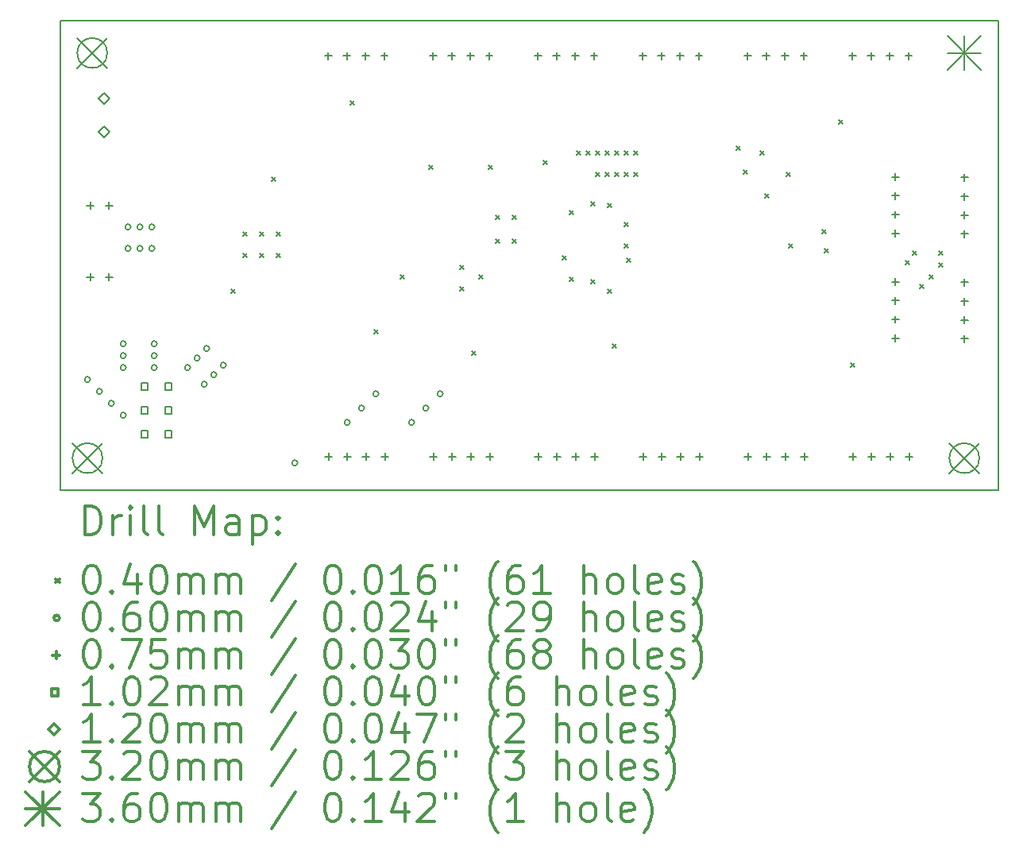
<source format=gbr>
%FSLAX45Y45*%
G04 Gerber Fmt 4.5, Leading zero omitted, Abs format (unit mm)*
G04 Created by KiCad (PCBNEW 4.0.6) date Sun Jul 30 22:21:45 2017*
%MOMM*%
%LPD*%
G01*
G04 APERTURE LIST*
%ADD10C,0.127000*%
%ADD11C,0.150000*%
%ADD12C,0.200000*%
%ADD13C,0.300000*%
G04 APERTURE END LIST*
D10*
D11*
X7000000Y-5000000D02*
X7000000Y-10000000D01*
X17000000Y-10000000D02*
X7000000Y-10000000D01*
X17000000Y-5000000D02*
X17000000Y-10000000D01*
X7000000Y-5000000D02*
X17000000Y-5000000D01*
D12*
X8819700Y-7862400D02*
X8859700Y-7902400D01*
X8859700Y-7862400D02*
X8819700Y-7902400D01*
X8946700Y-7252800D02*
X8986700Y-7292800D01*
X8986700Y-7252800D02*
X8946700Y-7292800D01*
X8946700Y-7481400D02*
X8986700Y-7521400D01*
X8986700Y-7481400D02*
X8946700Y-7521400D01*
X9124500Y-7252800D02*
X9164500Y-7292800D01*
X9164500Y-7252800D02*
X9124500Y-7292800D01*
X9124500Y-7481400D02*
X9164500Y-7521400D01*
X9164500Y-7481400D02*
X9124500Y-7521400D01*
X9251500Y-6668600D02*
X9291500Y-6708600D01*
X9291500Y-6668600D02*
X9251500Y-6708600D01*
X9302300Y-7252800D02*
X9342300Y-7292800D01*
X9342300Y-7252800D02*
X9302300Y-7292800D01*
X9302300Y-7481400D02*
X9342300Y-7521400D01*
X9342300Y-7481400D02*
X9302300Y-7521400D01*
X10089700Y-5855800D02*
X10129700Y-5895800D01*
X10129700Y-5855800D02*
X10089700Y-5895800D01*
X10343700Y-8294200D02*
X10383700Y-8334200D01*
X10383700Y-8294200D02*
X10343700Y-8334200D01*
X10623100Y-7710000D02*
X10663100Y-7750000D01*
X10663100Y-7710000D02*
X10623100Y-7750000D01*
X10927900Y-6541600D02*
X10967900Y-6581600D01*
X10967900Y-6541600D02*
X10927900Y-6581600D01*
X11258100Y-7608400D02*
X11298100Y-7648400D01*
X11298100Y-7608400D02*
X11258100Y-7648400D01*
X11258100Y-7837000D02*
X11298100Y-7877000D01*
X11298100Y-7837000D02*
X11258100Y-7877000D01*
X11385100Y-8522800D02*
X11425100Y-8562800D01*
X11425100Y-8522800D02*
X11385100Y-8562800D01*
X11461300Y-7710000D02*
X11501300Y-7750000D01*
X11501300Y-7710000D02*
X11461300Y-7750000D01*
X11562900Y-6541600D02*
X11602900Y-6581600D01*
X11602900Y-6541600D02*
X11562900Y-6581600D01*
X11639100Y-7075000D02*
X11679100Y-7115000D01*
X11679100Y-7075000D02*
X11639100Y-7115000D01*
X11639100Y-7329000D02*
X11679100Y-7369000D01*
X11679100Y-7329000D02*
X11639100Y-7369000D01*
X11816900Y-7075000D02*
X11856900Y-7115000D01*
X11856900Y-7075000D02*
X11816900Y-7115000D01*
X11816900Y-7329000D02*
X11856900Y-7369000D01*
X11856900Y-7329000D02*
X11816900Y-7369000D01*
X12147100Y-6490800D02*
X12187100Y-6530800D01*
X12187100Y-6490800D02*
X12147100Y-6530800D01*
X12350300Y-7506800D02*
X12390300Y-7546800D01*
X12390300Y-7506800D02*
X12350300Y-7546800D01*
X12426500Y-7024200D02*
X12466500Y-7064200D01*
X12466500Y-7024200D02*
X12426500Y-7064200D01*
X12426500Y-7735400D02*
X12466500Y-7775400D01*
X12466500Y-7735400D02*
X12426500Y-7775400D01*
X12502700Y-6389200D02*
X12542700Y-6429200D01*
X12542700Y-6389200D02*
X12502700Y-6429200D01*
X12604300Y-6389200D02*
X12644300Y-6429200D01*
X12644300Y-6389200D02*
X12604300Y-6429200D01*
X12655100Y-7760800D02*
X12695100Y-7800800D01*
X12695100Y-7760800D02*
X12655100Y-7800800D01*
X12656462Y-6928520D02*
X12696462Y-6968520D01*
X12696462Y-6928520D02*
X12656462Y-6968520D01*
X12705900Y-6389200D02*
X12745900Y-6429200D01*
X12745900Y-6389200D02*
X12705900Y-6429200D01*
X12705900Y-6617800D02*
X12745900Y-6657800D01*
X12745900Y-6617800D02*
X12705900Y-6657800D01*
X12807500Y-6389200D02*
X12847500Y-6429200D01*
X12847500Y-6389200D02*
X12807500Y-6429200D01*
X12807500Y-6617800D02*
X12847500Y-6657800D01*
X12847500Y-6617800D02*
X12807500Y-6657800D01*
X12832900Y-6948000D02*
X12872900Y-6988000D01*
X12872900Y-6948000D02*
X12832900Y-6988000D01*
X12832900Y-7862400D02*
X12872900Y-7902400D01*
X12872900Y-7862400D02*
X12832900Y-7902400D01*
X12883700Y-8446600D02*
X12923700Y-8486600D01*
X12923700Y-8446600D02*
X12883700Y-8486600D01*
X12909100Y-6389200D02*
X12949100Y-6429200D01*
X12949100Y-6389200D02*
X12909100Y-6429200D01*
X12909100Y-6617800D02*
X12949100Y-6657800D01*
X12949100Y-6617800D02*
X12909100Y-6657800D01*
X13010699Y-7151200D02*
X13050699Y-7191200D01*
X13050699Y-7151200D02*
X13010699Y-7191200D01*
X13010699Y-7379800D02*
X13050699Y-7419800D01*
X13050699Y-7379800D02*
X13010699Y-7419800D01*
X13010700Y-6389200D02*
X13050700Y-6429200D01*
X13050700Y-6389200D02*
X13010700Y-6429200D01*
X13010700Y-6617800D02*
X13050700Y-6657800D01*
X13050700Y-6617800D02*
X13010700Y-6657800D01*
X13036100Y-7532200D02*
X13076100Y-7572200D01*
X13076100Y-7532200D02*
X13036100Y-7572200D01*
X13112300Y-6389200D02*
X13152300Y-6429200D01*
X13152300Y-6389200D02*
X13112300Y-6429200D01*
X13112300Y-6617800D02*
X13152300Y-6657800D01*
X13152300Y-6617800D02*
X13112300Y-6657800D01*
X14204500Y-6338400D02*
X14244500Y-6378400D01*
X14244500Y-6338400D02*
X14204500Y-6378400D01*
X14280700Y-6592400D02*
X14320700Y-6632400D01*
X14320700Y-6592400D02*
X14280700Y-6632400D01*
X14458500Y-6389200D02*
X14498500Y-6429200D01*
X14498500Y-6389200D02*
X14458500Y-6429200D01*
X14509300Y-6846400D02*
X14549300Y-6886400D01*
X14549300Y-6846400D02*
X14509300Y-6886400D01*
X14737900Y-6617800D02*
X14777900Y-6657800D01*
X14777900Y-6617800D02*
X14737900Y-6657800D01*
X14763300Y-7379800D02*
X14803300Y-7419800D01*
X14803300Y-7379800D02*
X14763300Y-7419800D01*
X15118900Y-7227399D02*
X15158900Y-7267399D01*
X15158900Y-7227399D02*
X15118900Y-7267399D01*
X15144300Y-7430600D02*
X15184300Y-7470600D01*
X15184300Y-7430600D02*
X15144300Y-7470600D01*
X15296700Y-6059000D02*
X15336700Y-6099000D01*
X15336700Y-6059000D02*
X15296700Y-6099000D01*
X15423700Y-8649800D02*
X15463700Y-8689800D01*
X15463700Y-8649800D02*
X15423700Y-8689800D01*
X16007900Y-7557600D02*
X16047900Y-7597600D01*
X16047900Y-7557600D02*
X16007900Y-7597600D01*
X16084100Y-7456000D02*
X16124100Y-7496000D01*
X16124100Y-7456000D02*
X16084100Y-7496000D01*
X16160300Y-7811600D02*
X16200300Y-7851600D01*
X16200300Y-7811600D02*
X16160300Y-7851600D01*
X16261900Y-7710000D02*
X16301900Y-7750000D01*
X16301900Y-7710000D02*
X16261900Y-7750000D01*
X16363500Y-7456000D02*
X16403500Y-7496000D01*
X16403500Y-7456000D02*
X16363500Y-7496000D01*
X16363500Y-7583000D02*
X16403500Y-7623000D01*
X16403500Y-7583000D02*
X16363500Y-7623000D01*
X7320300Y-8822200D02*
G75*
G03X7320300Y-8822200I-30000J0D01*
G01*
X7447300Y-8949200D02*
G75*
G03X7447300Y-8949200I-30000J0D01*
G01*
X7574300Y-9076200D02*
G75*
G03X7574300Y-9076200I-30000J0D01*
G01*
X7701300Y-8441200D02*
G75*
G03X7701300Y-8441200I-30000J0D01*
G01*
X7701300Y-8568200D02*
G75*
G03X7701300Y-8568200I-30000J0D01*
G01*
X7701300Y-8695200D02*
G75*
G03X7701300Y-8695200I-30000J0D01*
G01*
X7701300Y-9203200D02*
G75*
G03X7701300Y-9203200I-30000J0D01*
G01*
X7752100Y-7196600D02*
G75*
G03X7752100Y-7196600I-30000J0D01*
G01*
X7752100Y-7425200D02*
G75*
G03X7752100Y-7425200I-30000J0D01*
G01*
X7879100Y-7196600D02*
G75*
G03X7879100Y-7196600I-30000J0D01*
G01*
X7879100Y-7425200D02*
G75*
G03X7879100Y-7425200I-30000J0D01*
G01*
X8006100Y-7196600D02*
G75*
G03X8006100Y-7196600I-30000J0D01*
G01*
X8006100Y-7425200D02*
G75*
G03X8006100Y-7425200I-30000J0D01*
G01*
X8031500Y-8441200D02*
G75*
G03X8031500Y-8441200I-30000J0D01*
G01*
X8031500Y-8568200D02*
G75*
G03X8031500Y-8568200I-30000J0D01*
G01*
X8031500Y-8695200D02*
G75*
G03X8031500Y-8695200I-30000J0D01*
G01*
X8387100Y-8695200D02*
G75*
G03X8387100Y-8695200I-30000J0D01*
G01*
X8488700Y-8593600D02*
G75*
G03X8488700Y-8593600I-30000J0D01*
G01*
X8564900Y-8873000D02*
G75*
G03X8564900Y-8873000I-30000J0D01*
G01*
X8590300Y-8492000D02*
G75*
G03X8590300Y-8492000I-30000J0D01*
G01*
X8666500Y-8771400D02*
G75*
G03X8666500Y-8771400I-30000J0D01*
G01*
X8768100Y-8669800D02*
G75*
G03X8768100Y-8669800I-30000J0D01*
G01*
X9530100Y-9711200D02*
G75*
G03X9530100Y-9711200I-30000J0D01*
G01*
X10088900Y-9279400D02*
G75*
G03X10088900Y-9279400I-30000J0D01*
G01*
X10241300Y-9127000D02*
G75*
G03X10241300Y-9127000I-30000J0D01*
G01*
X10393700Y-8974600D02*
G75*
G03X10393700Y-8974600I-30000J0D01*
G01*
X10774700Y-9279400D02*
G75*
G03X10774700Y-9279400I-30000J0D01*
G01*
X10927100Y-9127000D02*
G75*
G03X10927100Y-9127000I-30000J0D01*
G01*
X11079500Y-8974600D02*
G75*
G03X11079500Y-8974600I-30000J0D01*
G01*
X7318900Y-6930500D02*
X7318900Y-7005500D01*
X7281400Y-6968000D02*
X7356400Y-6968000D01*
X7318900Y-7692500D02*
X7318900Y-7767500D01*
X7281400Y-7730000D02*
X7356400Y-7730000D01*
X7518900Y-6930500D02*
X7518900Y-7005500D01*
X7481400Y-6968000D02*
X7556400Y-6968000D01*
X7518900Y-7692500D02*
X7518900Y-7767500D01*
X7481400Y-7730000D02*
X7556400Y-7730000D01*
X9855700Y-5335380D02*
X9855700Y-5410380D01*
X9818200Y-5372880D02*
X9893200Y-5372880D01*
X9859941Y-9607667D02*
X9859941Y-9682667D01*
X9822441Y-9645167D02*
X9897441Y-9645167D01*
X10055700Y-5335380D02*
X10055700Y-5410380D01*
X10018200Y-5372880D02*
X10093200Y-5372880D01*
X10059941Y-9607667D02*
X10059941Y-9682667D01*
X10022441Y-9645167D02*
X10097441Y-9645167D01*
X10255700Y-5335380D02*
X10255700Y-5410380D01*
X10218200Y-5372880D02*
X10293200Y-5372880D01*
X10259941Y-9607667D02*
X10259941Y-9682667D01*
X10222441Y-9645167D02*
X10297441Y-9645167D01*
X10455700Y-5335380D02*
X10455700Y-5410380D01*
X10418200Y-5372880D02*
X10493200Y-5372880D01*
X10459941Y-9607667D02*
X10459941Y-9682667D01*
X10422441Y-9645167D02*
X10497441Y-9645167D01*
X10973300Y-5335380D02*
X10973300Y-5410380D01*
X10935800Y-5372880D02*
X11010800Y-5372880D01*
X10977541Y-9607667D02*
X10977541Y-9682667D01*
X10940041Y-9645167D02*
X11015041Y-9645167D01*
X11173300Y-5335380D02*
X11173300Y-5410380D01*
X11135800Y-5372880D02*
X11210800Y-5372880D01*
X11177541Y-9607667D02*
X11177541Y-9682667D01*
X11140041Y-9645167D02*
X11215041Y-9645167D01*
X11373300Y-5335380D02*
X11373300Y-5410380D01*
X11335800Y-5372880D02*
X11410800Y-5372880D01*
X11377541Y-9607667D02*
X11377541Y-9682667D01*
X11340041Y-9645167D02*
X11415041Y-9645167D01*
X11573300Y-5335380D02*
X11573300Y-5410380D01*
X11535800Y-5372880D02*
X11610800Y-5372880D01*
X11577541Y-9607667D02*
X11577541Y-9682667D01*
X11540041Y-9645167D02*
X11615041Y-9645167D01*
X12090900Y-5335380D02*
X12090900Y-5410380D01*
X12053400Y-5372880D02*
X12128400Y-5372880D01*
X12095141Y-9607667D02*
X12095141Y-9682667D01*
X12057641Y-9645167D02*
X12132641Y-9645167D01*
X12290900Y-5335380D02*
X12290900Y-5410380D01*
X12253400Y-5372880D02*
X12328400Y-5372880D01*
X12295141Y-9607667D02*
X12295141Y-9682667D01*
X12257641Y-9645167D02*
X12332641Y-9645167D01*
X12490900Y-5335380D02*
X12490900Y-5410380D01*
X12453400Y-5372880D02*
X12528400Y-5372880D01*
X12495141Y-9607667D02*
X12495141Y-9682667D01*
X12457641Y-9645167D02*
X12532641Y-9645167D01*
X12690900Y-5335380D02*
X12690900Y-5410380D01*
X12653400Y-5372880D02*
X12728400Y-5372880D01*
X12695141Y-9607667D02*
X12695141Y-9682667D01*
X12657641Y-9645167D02*
X12732641Y-9645167D01*
X13208500Y-5335380D02*
X13208500Y-5410380D01*
X13171000Y-5372880D02*
X13246000Y-5372880D01*
X13212741Y-9607667D02*
X13212741Y-9682667D01*
X13175241Y-9645167D02*
X13250241Y-9645167D01*
X13408500Y-5335380D02*
X13408500Y-5410380D01*
X13371000Y-5372880D02*
X13446000Y-5372880D01*
X13412741Y-9607667D02*
X13412741Y-9682667D01*
X13375241Y-9645167D02*
X13450241Y-9645167D01*
X13608500Y-5335380D02*
X13608500Y-5410380D01*
X13571000Y-5372880D02*
X13646000Y-5372880D01*
X13612741Y-9607667D02*
X13612741Y-9682667D01*
X13575241Y-9645167D02*
X13650241Y-9645167D01*
X13808500Y-5335380D02*
X13808500Y-5410380D01*
X13771000Y-5372880D02*
X13846000Y-5372880D01*
X13812741Y-9607667D02*
X13812741Y-9682667D01*
X13775241Y-9645167D02*
X13850241Y-9645167D01*
X14326100Y-5335380D02*
X14326100Y-5410380D01*
X14288600Y-5372880D02*
X14363600Y-5372880D01*
X14330341Y-9607667D02*
X14330341Y-9682667D01*
X14292841Y-9645167D02*
X14367841Y-9645167D01*
X14526100Y-5335380D02*
X14526100Y-5410380D01*
X14488600Y-5372880D02*
X14563600Y-5372880D01*
X14530341Y-9607667D02*
X14530341Y-9682667D01*
X14492841Y-9645167D02*
X14567841Y-9645167D01*
X14726100Y-5335380D02*
X14726100Y-5410380D01*
X14688600Y-5372880D02*
X14763600Y-5372880D01*
X14730341Y-9607667D02*
X14730341Y-9682667D01*
X14692841Y-9645167D02*
X14767841Y-9645167D01*
X14926100Y-5335380D02*
X14926100Y-5410380D01*
X14888600Y-5372880D02*
X14963600Y-5372880D01*
X14930341Y-9607667D02*
X14930341Y-9682667D01*
X14892841Y-9645167D02*
X14967841Y-9645167D01*
X15443700Y-5335380D02*
X15443700Y-5410380D01*
X15406200Y-5372880D02*
X15481200Y-5372880D01*
X15447941Y-9607667D02*
X15447941Y-9682667D01*
X15410441Y-9645167D02*
X15485441Y-9645167D01*
X15643700Y-5335380D02*
X15643700Y-5410380D01*
X15606200Y-5372880D02*
X15681200Y-5372880D01*
X15647941Y-9607667D02*
X15647941Y-9682667D01*
X15610441Y-9645167D02*
X15685441Y-9645167D01*
X15843700Y-5335380D02*
X15843700Y-5410380D01*
X15806200Y-5372880D02*
X15881200Y-5372880D01*
X15847941Y-9607667D02*
X15847941Y-9682667D01*
X15810441Y-9645167D02*
X15885441Y-9645167D01*
X15900900Y-6625700D02*
X15900900Y-6700700D01*
X15863400Y-6663200D02*
X15938400Y-6663200D01*
X15900900Y-6825700D02*
X15900900Y-6900700D01*
X15863400Y-6863200D02*
X15938400Y-6863200D01*
X15900900Y-7025700D02*
X15900900Y-7100700D01*
X15863400Y-7063200D02*
X15938400Y-7063200D01*
X15900900Y-7225700D02*
X15900900Y-7300700D01*
X15863400Y-7263200D02*
X15938400Y-7263200D01*
X15900900Y-7743300D02*
X15900900Y-7818300D01*
X15863400Y-7780800D02*
X15938400Y-7780800D01*
X15900900Y-7943300D02*
X15900900Y-8018300D01*
X15863400Y-7980800D02*
X15938400Y-7980800D01*
X15900900Y-8143300D02*
X15900900Y-8218300D01*
X15863400Y-8180800D02*
X15938400Y-8180800D01*
X15900900Y-8343300D02*
X15900900Y-8418300D01*
X15863400Y-8380800D02*
X15938400Y-8380800D01*
X16043700Y-5335380D02*
X16043700Y-5410380D01*
X16006200Y-5372880D02*
X16081200Y-5372880D01*
X16047941Y-9607667D02*
X16047941Y-9682667D01*
X16010441Y-9645167D02*
X16085441Y-9645167D01*
X16637500Y-6632100D02*
X16637500Y-6707100D01*
X16600000Y-6669600D02*
X16675000Y-6669600D01*
X16637500Y-6832100D02*
X16637500Y-6907100D01*
X16600000Y-6869600D02*
X16675000Y-6869600D01*
X16637500Y-7032100D02*
X16637500Y-7107100D01*
X16600000Y-7069600D02*
X16675000Y-7069600D01*
X16637500Y-7232100D02*
X16637500Y-7307100D01*
X16600000Y-7269600D02*
X16675000Y-7269600D01*
X16637500Y-7749700D02*
X16637500Y-7824700D01*
X16600000Y-7787200D02*
X16675000Y-7787200D01*
X16637500Y-7949700D02*
X16637500Y-8024700D01*
X16600000Y-7987200D02*
X16675000Y-7987200D01*
X16637500Y-8149700D02*
X16637500Y-8224700D01*
X16600000Y-8187200D02*
X16675000Y-8187200D01*
X16637500Y-8349700D02*
X16637500Y-8424700D01*
X16600000Y-8387200D02*
X16675000Y-8387200D01*
X7935821Y-8934321D02*
X7935821Y-8862479D01*
X7863979Y-8862479D01*
X7863979Y-8934321D01*
X7935821Y-8934321D01*
X7935821Y-9188321D02*
X7935821Y-9116479D01*
X7863979Y-9116479D01*
X7863979Y-9188321D01*
X7935821Y-9188321D01*
X7935821Y-9442321D02*
X7935821Y-9370479D01*
X7863979Y-9370479D01*
X7863979Y-9442321D01*
X7935821Y-9442321D01*
X8189821Y-8934321D02*
X8189821Y-8862479D01*
X8117979Y-8862479D01*
X8117979Y-8934321D01*
X8189821Y-8934321D01*
X8189821Y-9188321D02*
X8189821Y-9116479D01*
X8117979Y-9116479D01*
X8117979Y-9188321D01*
X8189821Y-9188321D01*
X8189821Y-9442321D02*
X8189821Y-9370479D01*
X8117979Y-9370479D01*
X8117979Y-9442321D01*
X8189821Y-9442321D01*
X7468100Y-5890600D02*
X7528100Y-5830600D01*
X7468100Y-5770600D01*
X7408100Y-5830600D01*
X7468100Y-5890600D01*
X7468100Y-6240600D02*
X7528100Y-6180600D01*
X7468100Y-6120600D01*
X7408100Y-6180600D01*
X7468100Y-6240600D01*
X7130300Y-9500400D02*
X7450300Y-9820400D01*
X7450300Y-9500400D02*
X7130300Y-9820400D01*
X7450300Y-9660400D02*
G75*
G03X7450300Y-9660400I-160000J0D01*
G01*
X7181100Y-5182400D02*
X7501100Y-5502400D01*
X7501100Y-5182400D02*
X7181100Y-5502400D01*
X7501100Y-5342400D02*
G75*
G03X7501100Y-5342400I-160000J0D01*
G01*
X16477500Y-9500400D02*
X16797500Y-9820400D01*
X16797500Y-9500400D02*
X16477500Y-9820400D01*
X16797500Y-9660400D02*
G75*
G03X16797500Y-9660400I-160000J0D01*
G01*
X16457500Y-5162400D02*
X16817500Y-5522400D01*
X16817500Y-5162400D02*
X16457500Y-5522400D01*
X16637500Y-5162400D02*
X16637500Y-5522400D01*
X16457500Y-5342400D02*
X16817500Y-5342400D01*
D13*
X7263928Y-10473214D02*
X7263928Y-10173214D01*
X7335357Y-10173214D01*
X7378214Y-10187500D01*
X7406786Y-10216072D01*
X7421071Y-10244643D01*
X7435357Y-10301786D01*
X7435357Y-10344643D01*
X7421071Y-10401786D01*
X7406786Y-10430357D01*
X7378214Y-10458929D01*
X7335357Y-10473214D01*
X7263928Y-10473214D01*
X7563928Y-10473214D02*
X7563928Y-10273214D01*
X7563928Y-10330357D02*
X7578214Y-10301786D01*
X7592500Y-10287500D01*
X7621071Y-10273214D01*
X7649643Y-10273214D01*
X7749643Y-10473214D02*
X7749643Y-10273214D01*
X7749643Y-10173214D02*
X7735357Y-10187500D01*
X7749643Y-10201786D01*
X7763928Y-10187500D01*
X7749643Y-10173214D01*
X7749643Y-10201786D01*
X7935357Y-10473214D02*
X7906786Y-10458929D01*
X7892500Y-10430357D01*
X7892500Y-10173214D01*
X8092500Y-10473214D02*
X8063928Y-10458929D01*
X8049643Y-10430357D01*
X8049643Y-10173214D01*
X8435357Y-10473214D02*
X8435357Y-10173214D01*
X8535357Y-10387500D01*
X8635357Y-10173214D01*
X8635357Y-10473214D01*
X8906786Y-10473214D02*
X8906786Y-10316072D01*
X8892500Y-10287500D01*
X8863929Y-10273214D01*
X8806786Y-10273214D01*
X8778214Y-10287500D01*
X8906786Y-10458929D02*
X8878214Y-10473214D01*
X8806786Y-10473214D01*
X8778214Y-10458929D01*
X8763929Y-10430357D01*
X8763929Y-10401786D01*
X8778214Y-10373214D01*
X8806786Y-10358929D01*
X8878214Y-10358929D01*
X8906786Y-10344643D01*
X9049643Y-10273214D02*
X9049643Y-10573214D01*
X9049643Y-10287500D02*
X9078214Y-10273214D01*
X9135357Y-10273214D01*
X9163929Y-10287500D01*
X9178214Y-10301786D01*
X9192500Y-10330357D01*
X9192500Y-10416072D01*
X9178214Y-10444643D01*
X9163929Y-10458929D01*
X9135357Y-10473214D01*
X9078214Y-10473214D01*
X9049643Y-10458929D01*
X9321071Y-10444643D02*
X9335357Y-10458929D01*
X9321071Y-10473214D01*
X9306786Y-10458929D01*
X9321071Y-10444643D01*
X9321071Y-10473214D01*
X9321071Y-10287500D02*
X9335357Y-10301786D01*
X9321071Y-10316072D01*
X9306786Y-10301786D01*
X9321071Y-10287500D01*
X9321071Y-10316072D01*
X6952500Y-10947500D02*
X6992500Y-10987500D01*
X6992500Y-10947500D02*
X6952500Y-10987500D01*
X7321071Y-10803214D02*
X7349643Y-10803214D01*
X7378214Y-10817500D01*
X7392500Y-10831786D01*
X7406786Y-10860357D01*
X7421071Y-10917500D01*
X7421071Y-10988929D01*
X7406786Y-11046072D01*
X7392500Y-11074643D01*
X7378214Y-11088929D01*
X7349643Y-11103214D01*
X7321071Y-11103214D01*
X7292500Y-11088929D01*
X7278214Y-11074643D01*
X7263928Y-11046072D01*
X7249643Y-10988929D01*
X7249643Y-10917500D01*
X7263928Y-10860357D01*
X7278214Y-10831786D01*
X7292500Y-10817500D01*
X7321071Y-10803214D01*
X7549643Y-11074643D02*
X7563928Y-11088929D01*
X7549643Y-11103214D01*
X7535357Y-11088929D01*
X7549643Y-11074643D01*
X7549643Y-11103214D01*
X7821071Y-10903214D02*
X7821071Y-11103214D01*
X7749643Y-10788929D02*
X7678214Y-11003214D01*
X7863928Y-11003214D01*
X8035357Y-10803214D02*
X8063928Y-10803214D01*
X8092500Y-10817500D01*
X8106786Y-10831786D01*
X8121071Y-10860357D01*
X8135357Y-10917500D01*
X8135357Y-10988929D01*
X8121071Y-11046072D01*
X8106786Y-11074643D01*
X8092500Y-11088929D01*
X8063928Y-11103214D01*
X8035357Y-11103214D01*
X8006786Y-11088929D01*
X7992500Y-11074643D01*
X7978214Y-11046072D01*
X7963928Y-10988929D01*
X7963928Y-10917500D01*
X7978214Y-10860357D01*
X7992500Y-10831786D01*
X8006786Y-10817500D01*
X8035357Y-10803214D01*
X8263928Y-11103214D02*
X8263928Y-10903214D01*
X8263928Y-10931786D02*
X8278214Y-10917500D01*
X8306786Y-10903214D01*
X8349643Y-10903214D01*
X8378214Y-10917500D01*
X8392500Y-10946072D01*
X8392500Y-11103214D01*
X8392500Y-10946072D02*
X8406786Y-10917500D01*
X8435357Y-10903214D01*
X8478214Y-10903214D01*
X8506786Y-10917500D01*
X8521071Y-10946072D01*
X8521071Y-11103214D01*
X8663929Y-11103214D02*
X8663929Y-10903214D01*
X8663929Y-10931786D02*
X8678214Y-10917500D01*
X8706786Y-10903214D01*
X8749643Y-10903214D01*
X8778214Y-10917500D01*
X8792500Y-10946072D01*
X8792500Y-11103214D01*
X8792500Y-10946072D02*
X8806786Y-10917500D01*
X8835357Y-10903214D01*
X8878214Y-10903214D01*
X8906786Y-10917500D01*
X8921071Y-10946072D01*
X8921071Y-11103214D01*
X9506786Y-10788929D02*
X9249643Y-11174643D01*
X9892500Y-10803214D02*
X9921071Y-10803214D01*
X9949643Y-10817500D01*
X9963928Y-10831786D01*
X9978214Y-10860357D01*
X9992500Y-10917500D01*
X9992500Y-10988929D01*
X9978214Y-11046072D01*
X9963928Y-11074643D01*
X9949643Y-11088929D01*
X9921071Y-11103214D01*
X9892500Y-11103214D01*
X9863928Y-11088929D01*
X9849643Y-11074643D01*
X9835357Y-11046072D01*
X9821071Y-10988929D01*
X9821071Y-10917500D01*
X9835357Y-10860357D01*
X9849643Y-10831786D01*
X9863928Y-10817500D01*
X9892500Y-10803214D01*
X10121071Y-11074643D02*
X10135357Y-11088929D01*
X10121071Y-11103214D01*
X10106786Y-11088929D01*
X10121071Y-11074643D01*
X10121071Y-11103214D01*
X10321071Y-10803214D02*
X10349643Y-10803214D01*
X10378214Y-10817500D01*
X10392500Y-10831786D01*
X10406786Y-10860357D01*
X10421071Y-10917500D01*
X10421071Y-10988929D01*
X10406786Y-11046072D01*
X10392500Y-11074643D01*
X10378214Y-11088929D01*
X10349643Y-11103214D01*
X10321071Y-11103214D01*
X10292500Y-11088929D01*
X10278214Y-11074643D01*
X10263928Y-11046072D01*
X10249643Y-10988929D01*
X10249643Y-10917500D01*
X10263928Y-10860357D01*
X10278214Y-10831786D01*
X10292500Y-10817500D01*
X10321071Y-10803214D01*
X10706786Y-11103214D02*
X10535357Y-11103214D01*
X10621071Y-11103214D02*
X10621071Y-10803214D01*
X10592500Y-10846072D01*
X10563928Y-10874643D01*
X10535357Y-10888929D01*
X10963928Y-10803214D02*
X10906786Y-10803214D01*
X10878214Y-10817500D01*
X10863928Y-10831786D01*
X10835357Y-10874643D01*
X10821071Y-10931786D01*
X10821071Y-11046072D01*
X10835357Y-11074643D01*
X10849643Y-11088929D01*
X10878214Y-11103214D01*
X10935357Y-11103214D01*
X10963928Y-11088929D01*
X10978214Y-11074643D01*
X10992500Y-11046072D01*
X10992500Y-10974643D01*
X10978214Y-10946072D01*
X10963928Y-10931786D01*
X10935357Y-10917500D01*
X10878214Y-10917500D01*
X10849643Y-10931786D01*
X10835357Y-10946072D01*
X10821071Y-10974643D01*
X11106786Y-10803214D02*
X11106786Y-10860357D01*
X11221071Y-10803214D02*
X11221071Y-10860357D01*
X11663928Y-11217500D02*
X11649643Y-11203214D01*
X11621071Y-11160357D01*
X11606785Y-11131786D01*
X11592500Y-11088929D01*
X11578214Y-11017500D01*
X11578214Y-10960357D01*
X11592500Y-10888929D01*
X11606785Y-10846072D01*
X11621071Y-10817500D01*
X11649643Y-10774643D01*
X11663928Y-10760357D01*
X11906785Y-10803214D02*
X11849643Y-10803214D01*
X11821071Y-10817500D01*
X11806785Y-10831786D01*
X11778214Y-10874643D01*
X11763928Y-10931786D01*
X11763928Y-11046072D01*
X11778214Y-11074643D01*
X11792500Y-11088929D01*
X11821071Y-11103214D01*
X11878214Y-11103214D01*
X11906785Y-11088929D01*
X11921071Y-11074643D01*
X11935357Y-11046072D01*
X11935357Y-10974643D01*
X11921071Y-10946072D01*
X11906785Y-10931786D01*
X11878214Y-10917500D01*
X11821071Y-10917500D01*
X11792500Y-10931786D01*
X11778214Y-10946072D01*
X11763928Y-10974643D01*
X12221071Y-11103214D02*
X12049643Y-11103214D01*
X12135357Y-11103214D02*
X12135357Y-10803214D01*
X12106785Y-10846072D01*
X12078214Y-10874643D01*
X12049643Y-10888929D01*
X12578214Y-11103214D02*
X12578214Y-10803214D01*
X12706785Y-11103214D02*
X12706785Y-10946072D01*
X12692500Y-10917500D01*
X12663928Y-10903214D01*
X12621071Y-10903214D01*
X12592500Y-10917500D01*
X12578214Y-10931786D01*
X12892500Y-11103214D02*
X12863928Y-11088929D01*
X12849643Y-11074643D01*
X12835357Y-11046072D01*
X12835357Y-10960357D01*
X12849643Y-10931786D01*
X12863928Y-10917500D01*
X12892500Y-10903214D01*
X12935357Y-10903214D01*
X12963928Y-10917500D01*
X12978214Y-10931786D01*
X12992500Y-10960357D01*
X12992500Y-11046072D01*
X12978214Y-11074643D01*
X12963928Y-11088929D01*
X12935357Y-11103214D01*
X12892500Y-11103214D01*
X13163928Y-11103214D02*
X13135357Y-11088929D01*
X13121071Y-11060357D01*
X13121071Y-10803214D01*
X13392500Y-11088929D02*
X13363928Y-11103214D01*
X13306786Y-11103214D01*
X13278214Y-11088929D01*
X13263928Y-11060357D01*
X13263928Y-10946072D01*
X13278214Y-10917500D01*
X13306786Y-10903214D01*
X13363928Y-10903214D01*
X13392500Y-10917500D01*
X13406786Y-10946072D01*
X13406786Y-10974643D01*
X13263928Y-11003214D01*
X13521071Y-11088929D02*
X13549643Y-11103214D01*
X13606786Y-11103214D01*
X13635357Y-11088929D01*
X13649643Y-11060357D01*
X13649643Y-11046072D01*
X13635357Y-11017500D01*
X13606786Y-11003214D01*
X13563928Y-11003214D01*
X13535357Y-10988929D01*
X13521071Y-10960357D01*
X13521071Y-10946072D01*
X13535357Y-10917500D01*
X13563928Y-10903214D01*
X13606786Y-10903214D01*
X13635357Y-10917500D01*
X13749643Y-11217500D02*
X13763928Y-11203214D01*
X13792500Y-11160357D01*
X13806786Y-11131786D01*
X13821071Y-11088929D01*
X13835357Y-11017500D01*
X13835357Y-10960357D01*
X13821071Y-10888929D01*
X13806786Y-10846072D01*
X13792500Y-10817500D01*
X13763928Y-10774643D01*
X13749643Y-10760357D01*
X6992500Y-11363500D02*
G75*
G03X6992500Y-11363500I-30000J0D01*
G01*
X7321071Y-11199214D02*
X7349643Y-11199214D01*
X7378214Y-11213500D01*
X7392500Y-11227786D01*
X7406786Y-11256357D01*
X7421071Y-11313500D01*
X7421071Y-11384929D01*
X7406786Y-11442071D01*
X7392500Y-11470643D01*
X7378214Y-11484929D01*
X7349643Y-11499214D01*
X7321071Y-11499214D01*
X7292500Y-11484929D01*
X7278214Y-11470643D01*
X7263928Y-11442071D01*
X7249643Y-11384929D01*
X7249643Y-11313500D01*
X7263928Y-11256357D01*
X7278214Y-11227786D01*
X7292500Y-11213500D01*
X7321071Y-11199214D01*
X7549643Y-11470643D02*
X7563928Y-11484929D01*
X7549643Y-11499214D01*
X7535357Y-11484929D01*
X7549643Y-11470643D01*
X7549643Y-11499214D01*
X7821071Y-11199214D02*
X7763928Y-11199214D01*
X7735357Y-11213500D01*
X7721071Y-11227786D01*
X7692500Y-11270643D01*
X7678214Y-11327786D01*
X7678214Y-11442071D01*
X7692500Y-11470643D01*
X7706786Y-11484929D01*
X7735357Y-11499214D01*
X7792500Y-11499214D01*
X7821071Y-11484929D01*
X7835357Y-11470643D01*
X7849643Y-11442071D01*
X7849643Y-11370643D01*
X7835357Y-11342071D01*
X7821071Y-11327786D01*
X7792500Y-11313500D01*
X7735357Y-11313500D01*
X7706786Y-11327786D01*
X7692500Y-11342071D01*
X7678214Y-11370643D01*
X8035357Y-11199214D02*
X8063928Y-11199214D01*
X8092500Y-11213500D01*
X8106786Y-11227786D01*
X8121071Y-11256357D01*
X8135357Y-11313500D01*
X8135357Y-11384929D01*
X8121071Y-11442071D01*
X8106786Y-11470643D01*
X8092500Y-11484929D01*
X8063928Y-11499214D01*
X8035357Y-11499214D01*
X8006786Y-11484929D01*
X7992500Y-11470643D01*
X7978214Y-11442071D01*
X7963928Y-11384929D01*
X7963928Y-11313500D01*
X7978214Y-11256357D01*
X7992500Y-11227786D01*
X8006786Y-11213500D01*
X8035357Y-11199214D01*
X8263928Y-11499214D02*
X8263928Y-11299214D01*
X8263928Y-11327786D02*
X8278214Y-11313500D01*
X8306786Y-11299214D01*
X8349643Y-11299214D01*
X8378214Y-11313500D01*
X8392500Y-11342071D01*
X8392500Y-11499214D01*
X8392500Y-11342071D02*
X8406786Y-11313500D01*
X8435357Y-11299214D01*
X8478214Y-11299214D01*
X8506786Y-11313500D01*
X8521071Y-11342071D01*
X8521071Y-11499214D01*
X8663929Y-11499214D02*
X8663929Y-11299214D01*
X8663929Y-11327786D02*
X8678214Y-11313500D01*
X8706786Y-11299214D01*
X8749643Y-11299214D01*
X8778214Y-11313500D01*
X8792500Y-11342071D01*
X8792500Y-11499214D01*
X8792500Y-11342071D02*
X8806786Y-11313500D01*
X8835357Y-11299214D01*
X8878214Y-11299214D01*
X8906786Y-11313500D01*
X8921071Y-11342071D01*
X8921071Y-11499214D01*
X9506786Y-11184929D02*
X9249643Y-11570643D01*
X9892500Y-11199214D02*
X9921071Y-11199214D01*
X9949643Y-11213500D01*
X9963928Y-11227786D01*
X9978214Y-11256357D01*
X9992500Y-11313500D01*
X9992500Y-11384929D01*
X9978214Y-11442071D01*
X9963928Y-11470643D01*
X9949643Y-11484929D01*
X9921071Y-11499214D01*
X9892500Y-11499214D01*
X9863928Y-11484929D01*
X9849643Y-11470643D01*
X9835357Y-11442071D01*
X9821071Y-11384929D01*
X9821071Y-11313500D01*
X9835357Y-11256357D01*
X9849643Y-11227786D01*
X9863928Y-11213500D01*
X9892500Y-11199214D01*
X10121071Y-11470643D02*
X10135357Y-11484929D01*
X10121071Y-11499214D01*
X10106786Y-11484929D01*
X10121071Y-11470643D01*
X10121071Y-11499214D01*
X10321071Y-11199214D02*
X10349643Y-11199214D01*
X10378214Y-11213500D01*
X10392500Y-11227786D01*
X10406786Y-11256357D01*
X10421071Y-11313500D01*
X10421071Y-11384929D01*
X10406786Y-11442071D01*
X10392500Y-11470643D01*
X10378214Y-11484929D01*
X10349643Y-11499214D01*
X10321071Y-11499214D01*
X10292500Y-11484929D01*
X10278214Y-11470643D01*
X10263928Y-11442071D01*
X10249643Y-11384929D01*
X10249643Y-11313500D01*
X10263928Y-11256357D01*
X10278214Y-11227786D01*
X10292500Y-11213500D01*
X10321071Y-11199214D01*
X10535357Y-11227786D02*
X10549643Y-11213500D01*
X10578214Y-11199214D01*
X10649643Y-11199214D01*
X10678214Y-11213500D01*
X10692500Y-11227786D01*
X10706786Y-11256357D01*
X10706786Y-11284929D01*
X10692500Y-11327786D01*
X10521071Y-11499214D01*
X10706786Y-11499214D01*
X10963928Y-11299214D02*
X10963928Y-11499214D01*
X10892500Y-11184929D02*
X10821071Y-11399214D01*
X11006786Y-11399214D01*
X11106786Y-11199214D02*
X11106786Y-11256357D01*
X11221071Y-11199214D02*
X11221071Y-11256357D01*
X11663928Y-11613500D02*
X11649643Y-11599214D01*
X11621071Y-11556357D01*
X11606785Y-11527786D01*
X11592500Y-11484929D01*
X11578214Y-11413500D01*
X11578214Y-11356357D01*
X11592500Y-11284929D01*
X11606785Y-11242071D01*
X11621071Y-11213500D01*
X11649643Y-11170643D01*
X11663928Y-11156357D01*
X11763928Y-11227786D02*
X11778214Y-11213500D01*
X11806785Y-11199214D01*
X11878214Y-11199214D01*
X11906785Y-11213500D01*
X11921071Y-11227786D01*
X11935357Y-11256357D01*
X11935357Y-11284929D01*
X11921071Y-11327786D01*
X11749643Y-11499214D01*
X11935357Y-11499214D01*
X12078214Y-11499214D02*
X12135357Y-11499214D01*
X12163928Y-11484929D01*
X12178214Y-11470643D01*
X12206785Y-11427786D01*
X12221071Y-11370643D01*
X12221071Y-11256357D01*
X12206785Y-11227786D01*
X12192500Y-11213500D01*
X12163928Y-11199214D01*
X12106785Y-11199214D01*
X12078214Y-11213500D01*
X12063928Y-11227786D01*
X12049643Y-11256357D01*
X12049643Y-11327786D01*
X12063928Y-11356357D01*
X12078214Y-11370643D01*
X12106785Y-11384929D01*
X12163928Y-11384929D01*
X12192500Y-11370643D01*
X12206785Y-11356357D01*
X12221071Y-11327786D01*
X12578214Y-11499214D02*
X12578214Y-11199214D01*
X12706785Y-11499214D02*
X12706785Y-11342071D01*
X12692500Y-11313500D01*
X12663928Y-11299214D01*
X12621071Y-11299214D01*
X12592500Y-11313500D01*
X12578214Y-11327786D01*
X12892500Y-11499214D02*
X12863928Y-11484929D01*
X12849643Y-11470643D01*
X12835357Y-11442071D01*
X12835357Y-11356357D01*
X12849643Y-11327786D01*
X12863928Y-11313500D01*
X12892500Y-11299214D01*
X12935357Y-11299214D01*
X12963928Y-11313500D01*
X12978214Y-11327786D01*
X12992500Y-11356357D01*
X12992500Y-11442071D01*
X12978214Y-11470643D01*
X12963928Y-11484929D01*
X12935357Y-11499214D01*
X12892500Y-11499214D01*
X13163928Y-11499214D02*
X13135357Y-11484929D01*
X13121071Y-11456357D01*
X13121071Y-11199214D01*
X13392500Y-11484929D02*
X13363928Y-11499214D01*
X13306786Y-11499214D01*
X13278214Y-11484929D01*
X13263928Y-11456357D01*
X13263928Y-11342071D01*
X13278214Y-11313500D01*
X13306786Y-11299214D01*
X13363928Y-11299214D01*
X13392500Y-11313500D01*
X13406786Y-11342071D01*
X13406786Y-11370643D01*
X13263928Y-11399214D01*
X13521071Y-11484929D02*
X13549643Y-11499214D01*
X13606786Y-11499214D01*
X13635357Y-11484929D01*
X13649643Y-11456357D01*
X13649643Y-11442071D01*
X13635357Y-11413500D01*
X13606786Y-11399214D01*
X13563928Y-11399214D01*
X13535357Y-11384929D01*
X13521071Y-11356357D01*
X13521071Y-11342071D01*
X13535357Y-11313500D01*
X13563928Y-11299214D01*
X13606786Y-11299214D01*
X13635357Y-11313500D01*
X13749643Y-11613500D02*
X13763928Y-11599214D01*
X13792500Y-11556357D01*
X13806786Y-11527786D01*
X13821071Y-11484929D01*
X13835357Y-11413500D01*
X13835357Y-11356357D01*
X13821071Y-11284929D01*
X13806786Y-11242071D01*
X13792500Y-11213500D01*
X13763928Y-11170643D01*
X13749643Y-11156357D01*
X6955000Y-11722000D02*
X6955000Y-11797000D01*
X6917500Y-11759500D02*
X6992500Y-11759500D01*
X7321071Y-11595214D02*
X7349643Y-11595214D01*
X7378214Y-11609500D01*
X7392500Y-11623786D01*
X7406786Y-11652357D01*
X7421071Y-11709500D01*
X7421071Y-11780929D01*
X7406786Y-11838071D01*
X7392500Y-11866643D01*
X7378214Y-11880929D01*
X7349643Y-11895214D01*
X7321071Y-11895214D01*
X7292500Y-11880929D01*
X7278214Y-11866643D01*
X7263928Y-11838071D01*
X7249643Y-11780929D01*
X7249643Y-11709500D01*
X7263928Y-11652357D01*
X7278214Y-11623786D01*
X7292500Y-11609500D01*
X7321071Y-11595214D01*
X7549643Y-11866643D02*
X7563928Y-11880929D01*
X7549643Y-11895214D01*
X7535357Y-11880929D01*
X7549643Y-11866643D01*
X7549643Y-11895214D01*
X7663928Y-11595214D02*
X7863928Y-11595214D01*
X7735357Y-11895214D01*
X8121071Y-11595214D02*
X7978214Y-11595214D01*
X7963928Y-11738071D01*
X7978214Y-11723786D01*
X8006786Y-11709500D01*
X8078214Y-11709500D01*
X8106786Y-11723786D01*
X8121071Y-11738071D01*
X8135357Y-11766643D01*
X8135357Y-11838071D01*
X8121071Y-11866643D01*
X8106786Y-11880929D01*
X8078214Y-11895214D01*
X8006786Y-11895214D01*
X7978214Y-11880929D01*
X7963928Y-11866643D01*
X8263928Y-11895214D02*
X8263928Y-11695214D01*
X8263928Y-11723786D02*
X8278214Y-11709500D01*
X8306786Y-11695214D01*
X8349643Y-11695214D01*
X8378214Y-11709500D01*
X8392500Y-11738071D01*
X8392500Y-11895214D01*
X8392500Y-11738071D02*
X8406786Y-11709500D01*
X8435357Y-11695214D01*
X8478214Y-11695214D01*
X8506786Y-11709500D01*
X8521071Y-11738071D01*
X8521071Y-11895214D01*
X8663929Y-11895214D02*
X8663929Y-11695214D01*
X8663929Y-11723786D02*
X8678214Y-11709500D01*
X8706786Y-11695214D01*
X8749643Y-11695214D01*
X8778214Y-11709500D01*
X8792500Y-11738071D01*
X8792500Y-11895214D01*
X8792500Y-11738071D02*
X8806786Y-11709500D01*
X8835357Y-11695214D01*
X8878214Y-11695214D01*
X8906786Y-11709500D01*
X8921071Y-11738071D01*
X8921071Y-11895214D01*
X9506786Y-11580929D02*
X9249643Y-11966643D01*
X9892500Y-11595214D02*
X9921071Y-11595214D01*
X9949643Y-11609500D01*
X9963928Y-11623786D01*
X9978214Y-11652357D01*
X9992500Y-11709500D01*
X9992500Y-11780929D01*
X9978214Y-11838071D01*
X9963928Y-11866643D01*
X9949643Y-11880929D01*
X9921071Y-11895214D01*
X9892500Y-11895214D01*
X9863928Y-11880929D01*
X9849643Y-11866643D01*
X9835357Y-11838071D01*
X9821071Y-11780929D01*
X9821071Y-11709500D01*
X9835357Y-11652357D01*
X9849643Y-11623786D01*
X9863928Y-11609500D01*
X9892500Y-11595214D01*
X10121071Y-11866643D02*
X10135357Y-11880929D01*
X10121071Y-11895214D01*
X10106786Y-11880929D01*
X10121071Y-11866643D01*
X10121071Y-11895214D01*
X10321071Y-11595214D02*
X10349643Y-11595214D01*
X10378214Y-11609500D01*
X10392500Y-11623786D01*
X10406786Y-11652357D01*
X10421071Y-11709500D01*
X10421071Y-11780929D01*
X10406786Y-11838071D01*
X10392500Y-11866643D01*
X10378214Y-11880929D01*
X10349643Y-11895214D01*
X10321071Y-11895214D01*
X10292500Y-11880929D01*
X10278214Y-11866643D01*
X10263928Y-11838071D01*
X10249643Y-11780929D01*
X10249643Y-11709500D01*
X10263928Y-11652357D01*
X10278214Y-11623786D01*
X10292500Y-11609500D01*
X10321071Y-11595214D01*
X10521071Y-11595214D02*
X10706786Y-11595214D01*
X10606786Y-11709500D01*
X10649643Y-11709500D01*
X10678214Y-11723786D01*
X10692500Y-11738071D01*
X10706786Y-11766643D01*
X10706786Y-11838071D01*
X10692500Y-11866643D01*
X10678214Y-11880929D01*
X10649643Y-11895214D01*
X10563928Y-11895214D01*
X10535357Y-11880929D01*
X10521071Y-11866643D01*
X10892500Y-11595214D02*
X10921071Y-11595214D01*
X10949643Y-11609500D01*
X10963928Y-11623786D01*
X10978214Y-11652357D01*
X10992500Y-11709500D01*
X10992500Y-11780929D01*
X10978214Y-11838071D01*
X10963928Y-11866643D01*
X10949643Y-11880929D01*
X10921071Y-11895214D01*
X10892500Y-11895214D01*
X10863928Y-11880929D01*
X10849643Y-11866643D01*
X10835357Y-11838071D01*
X10821071Y-11780929D01*
X10821071Y-11709500D01*
X10835357Y-11652357D01*
X10849643Y-11623786D01*
X10863928Y-11609500D01*
X10892500Y-11595214D01*
X11106786Y-11595214D02*
X11106786Y-11652357D01*
X11221071Y-11595214D02*
X11221071Y-11652357D01*
X11663928Y-12009500D02*
X11649643Y-11995214D01*
X11621071Y-11952357D01*
X11606785Y-11923786D01*
X11592500Y-11880929D01*
X11578214Y-11809500D01*
X11578214Y-11752357D01*
X11592500Y-11680929D01*
X11606785Y-11638071D01*
X11621071Y-11609500D01*
X11649643Y-11566643D01*
X11663928Y-11552357D01*
X11906785Y-11595214D02*
X11849643Y-11595214D01*
X11821071Y-11609500D01*
X11806785Y-11623786D01*
X11778214Y-11666643D01*
X11763928Y-11723786D01*
X11763928Y-11838071D01*
X11778214Y-11866643D01*
X11792500Y-11880929D01*
X11821071Y-11895214D01*
X11878214Y-11895214D01*
X11906785Y-11880929D01*
X11921071Y-11866643D01*
X11935357Y-11838071D01*
X11935357Y-11766643D01*
X11921071Y-11738071D01*
X11906785Y-11723786D01*
X11878214Y-11709500D01*
X11821071Y-11709500D01*
X11792500Y-11723786D01*
X11778214Y-11738071D01*
X11763928Y-11766643D01*
X12106785Y-11723786D02*
X12078214Y-11709500D01*
X12063928Y-11695214D01*
X12049643Y-11666643D01*
X12049643Y-11652357D01*
X12063928Y-11623786D01*
X12078214Y-11609500D01*
X12106785Y-11595214D01*
X12163928Y-11595214D01*
X12192500Y-11609500D01*
X12206785Y-11623786D01*
X12221071Y-11652357D01*
X12221071Y-11666643D01*
X12206785Y-11695214D01*
X12192500Y-11709500D01*
X12163928Y-11723786D01*
X12106785Y-11723786D01*
X12078214Y-11738071D01*
X12063928Y-11752357D01*
X12049643Y-11780929D01*
X12049643Y-11838071D01*
X12063928Y-11866643D01*
X12078214Y-11880929D01*
X12106785Y-11895214D01*
X12163928Y-11895214D01*
X12192500Y-11880929D01*
X12206785Y-11866643D01*
X12221071Y-11838071D01*
X12221071Y-11780929D01*
X12206785Y-11752357D01*
X12192500Y-11738071D01*
X12163928Y-11723786D01*
X12578214Y-11895214D02*
X12578214Y-11595214D01*
X12706785Y-11895214D02*
X12706785Y-11738071D01*
X12692500Y-11709500D01*
X12663928Y-11695214D01*
X12621071Y-11695214D01*
X12592500Y-11709500D01*
X12578214Y-11723786D01*
X12892500Y-11895214D02*
X12863928Y-11880929D01*
X12849643Y-11866643D01*
X12835357Y-11838071D01*
X12835357Y-11752357D01*
X12849643Y-11723786D01*
X12863928Y-11709500D01*
X12892500Y-11695214D01*
X12935357Y-11695214D01*
X12963928Y-11709500D01*
X12978214Y-11723786D01*
X12992500Y-11752357D01*
X12992500Y-11838071D01*
X12978214Y-11866643D01*
X12963928Y-11880929D01*
X12935357Y-11895214D01*
X12892500Y-11895214D01*
X13163928Y-11895214D02*
X13135357Y-11880929D01*
X13121071Y-11852357D01*
X13121071Y-11595214D01*
X13392500Y-11880929D02*
X13363928Y-11895214D01*
X13306786Y-11895214D01*
X13278214Y-11880929D01*
X13263928Y-11852357D01*
X13263928Y-11738071D01*
X13278214Y-11709500D01*
X13306786Y-11695214D01*
X13363928Y-11695214D01*
X13392500Y-11709500D01*
X13406786Y-11738071D01*
X13406786Y-11766643D01*
X13263928Y-11795214D01*
X13521071Y-11880929D02*
X13549643Y-11895214D01*
X13606786Y-11895214D01*
X13635357Y-11880929D01*
X13649643Y-11852357D01*
X13649643Y-11838071D01*
X13635357Y-11809500D01*
X13606786Y-11795214D01*
X13563928Y-11795214D01*
X13535357Y-11780929D01*
X13521071Y-11752357D01*
X13521071Y-11738071D01*
X13535357Y-11709500D01*
X13563928Y-11695214D01*
X13606786Y-11695214D01*
X13635357Y-11709500D01*
X13749643Y-12009500D02*
X13763928Y-11995214D01*
X13792500Y-11952357D01*
X13806786Y-11923786D01*
X13821071Y-11880929D01*
X13835357Y-11809500D01*
X13835357Y-11752357D01*
X13821071Y-11680929D01*
X13806786Y-11638071D01*
X13792500Y-11609500D01*
X13763928Y-11566643D01*
X13749643Y-11552357D01*
X6977621Y-12191421D02*
X6977621Y-12119579D01*
X6905778Y-12119579D01*
X6905778Y-12191421D01*
X6977621Y-12191421D01*
X7421071Y-12291214D02*
X7249643Y-12291214D01*
X7335357Y-12291214D02*
X7335357Y-11991214D01*
X7306786Y-12034071D01*
X7278214Y-12062643D01*
X7249643Y-12076929D01*
X7549643Y-12262643D02*
X7563928Y-12276929D01*
X7549643Y-12291214D01*
X7535357Y-12276929D01*
X7549643Y-12262643D01*
X7549643Y-12291214D01*
X7749643Y-11991214D02*
X7778214Y-11991214D01*
X7806786Y-12005500D01*
X7821071Y-12019786D01*
X7835357Y-12048357D01*
X7849643Y-12105500D01*
X7849643Y-12176929D01*
X7835357Y-12234071D01*
X7821071Y-12262643D01*
X7806786Y-12276929D01*
X7778214Y-12291214D01*
X7749643Y-12291214D01*
X7721071Y-12276929D01*
X7706786Y-12262643D01*
X7692500Y-12234071D01*
X7678214Y-12176929D01*
X7678214Y-12105500D01*
X7692500Y-12048357D01*
X7706786Y-12019786D01*
X7721071Y-12005500D01*
X7749643Y-11991214D01*
X7963928Y-12019786D02*
X7978214Y-12005500D01*
X8006786Y-11991214D01*
X8078214Y-11991214D01*
X8106786Y-12005500D01*
X8121071Y-12019786D01*
X8135357Y-12048357D01*
X8135357Y-12076929D01*
X8121071Y-12119786D01*
X7949643Y-12291214D01*
X8135357Y-12291214D01*
X8263928Y-12291214D02*
X8263928Y-12091214D01*
X8263928Y-12119786D02*
X8278214Y-12105500D01*
X8306786Y-12091214D01*
X8349643Y-12091214D01*
X8378214Y-12105500D01*
X8392500Y-12134071D01*
X8392500Y-12291214D01*
X8392500Y-12134071D02*
X8406786Y-12105500D01*
X8435357Y-12091214D01*
X8478214Y-12091214D01*
X8506786Y-12105500D01*
X8521071Y-12134071D01*
X8521071Y-12291214D01*
X8663929Y-12291214D02*
X8663929Y-12091214D01*
X8663929Y-12119786D02*
X8678214Y-12105500D01*
X8706786Y-12091214D01*
X8749643Y-12091214D01*
X8778214Y-12105500D01*
X8792500Y-12134071D01*
X8792500Y-12291214D01*
X8792500Y-12134071D02*
X8806786Y-12105500D01*
X8835357Y-12091214D01*
X8878214Y-12091214D01*
X8906786Y-12105500D01*
X8921071Y-12134071D01*
X8921071Y-12291214D01*
X9506786Y-11976929D02*
X9249643Y-12362643D01*
X9892500Y-11991214D02*
X9921071Y-11991214D01*
X9949643Y-12005500D01*
X9963928Y-12019786D01*
X9978214Y-12048357D01*
X9992500Y-12105500D01*
X9992500Y-12176929D01*
X9978214Y-12234071D01*
X9963928Y-12262643D01*
X9949643Y-12276929D01*
X9921071Y-12291214D01*
X9892500Y-12291214D01*
X9863928Y-12276929D01*
X9849643Y-12262643D01*
X9835357Y-12234071D01*
X9821071Y-12176929D01*
X9821071Y-12105500D01*
X9835357Y-12048357D01*
X9849643Y-12019786D01*
X9863928Y-12005500D01*
X9892500Y-11991214D01*
X10121071Y-12262643D02*
X10135357Y-12276929D01*
X10121071Y-12291214D01*
X10106786Y-12276929D01*
X10121071Y-12262643D01*
X10121071Y-12291214D01*
X10321071Y-11991214D02*
X10349643Y-11991214D01*
X10378214Y-12005500D01*
X10392500Y-12019786D01*
X10406786Y-12048357D01*
X10421071Y-12105500D01*
X10421071Y-12176929D01*
X10406786Y-12234071D01*
X10392500Y-12262643D01*
X10378214Y-12276929D01*
X10349643Y-12291214D01*
X10321071Y-12291214D01*
X10292500Y-12276929D01*
X10278214Y-12262643D01*
X10263928Y-12234071D01*
X10249643Y-12176929D01*
X10249643Y-12105500D01*
X10263928Y-12048357D01*
X10278214Y-12019786D01*
X10292500Y-12005500D01*
X10321071Y-11991214D01*
X10678214Y-12091214D02*
X10678214Y-12291214D01*
X10606786Y-11976929D02*
X10535357Y-12191214D01*
X10721071Y-12191214D01*
X10892500Y-11991214D02*
X10921071Y-11991214D01*
X10949643Y-12005500D01*
X10963928Y-12019786D01*
X10978214Y-12048357D01*
X10992500Y-12105500D01*
X10992500Y-12176929D01*
X10978214Y-12234071D01*
X10963928Y-12262643D01*
X10949643Y-12276929D01*
X10921071Y-12291214D01*
X10892500Y-12291214D01*
X10863928Y-12276929D01*
X10849643Y-12262643D01*
X10835357Y-12234071D01*
X10821071Y-12176929D01*
X10821071Y-12105500D01*
X10835357Y-12048357D01*
X10849643Y-12019786D01*
X10863928Y-12005500D01*
X10892500Y-11991214D01*
X11106786Y-11991214D02*
X11106786Y-12048357D01*
X11221071Y-11991214D02*
X11221071Y-12048357D01*
X11663928Y-12405500D02*
X11649643Y-12391214D01*
X11621071Y-12348357D01*
X11606785Y-12319786D01*
X11592500Y-12276929D01*
X11578214Y-12205500D01*
X11578214Y-12148357D01*
X11592500Y-12076929D01*
X11606785Y-12034071D01*
X11621071Y-12005500D01*
X11649643Y-11962643D01*
X11663928Y-11948357D01*
X11906785Y-11991214D02*
X11849643Y-11991214D01*
X11821071Y-12005500D01*
X11806785Y-12019786D01*
X11778214Y-12062643D01*
X11763928Y-12119786D01*
X11763928Y-12234071D01*
X11778214Y-12262643D01*
X11792500Y-12276929D01*
X11821071Y-12291214D01*
X11878214Y-12291214D01*
X11906785Y-12276929D01*
X11921071Y-12262643D01*
X11935357Y-12234071D01*
X11935357Y-12162643D01*
X11921071Y-12134071D01*
X11906785Y-12119786D01*
X11878214Y-12105500D01*
X11821071Y-12105500D01*
X11792500Y-12119786D01*
X11778214Y-12134071D01*
X11763928Y-12162643D01*
X12292500Y-12291214D02*
X12292500Y-11991214D01*
X12421071Y-12291214D02*
X12421071Y-12134071D01*
X12406785Y-12105500D01*
X12378214Y-12091214D01*
X12335357Y-12091214D01*
X12306785Y-12105500D01*
X12292500Y-12119786D01*
X12606785Y-12291214D02*
X12578214Y-12276929D01*
X12563928Y-12262643D01*
X12549643Y-12234071D01*
X12549643Y-12148357D01*
X12563928Y-12119786D01*
X12578214Y-12105500D01*
X12606785Y-12091214D01*
X12649643Y-12091214D01*
X12678214Y-12105500D01*
X12692500Y-12119786D01*
X12706785Y-12148357D01*
X12706785Y-12234071D01*
X12692500Y-12262643D01*
X12678214Y-12276929D01*
X12649643Y-12291214D01*
X12606785Y-12291214D01*
X12878214Y-12291214D02*
X12849643Y-12276929D01*
X12835357Y-12248357D01*
X12835357Y-11991214D01*
X13106786Y-12276929D02*
X13078214Y-12291214D01*
X13021071Y-12291214D01*
X12992500Y-12276929D01*
X12978214Y-12248357D01*
X12978214Y-12134071D01*
X12992500Y-12105500D01*
X13021071Y-12091214D01*
X13078214Y-12091214D01*
X13106786Y-12105500D01*
X13121071Y-12134071D01*
X13121071Y-12162643D01*
X12978214Y-12191214D01*
X13235357Y-12276929D02*
X13263928Y-12291214D01*
X13321071Y-12291214D01*
X13349643Y-12276929D01*
X13363928Y-12248357D01*
X13363928Y-12234071D01*
X13349643Y-12205500D01*
X13321071Y-12191214D01*
X13278214Y-12191214D01*
X13249643Y-12176929D01*
X13235357Y-12148357D01*
X13235357Y-12134071D01*
X13249643Y-12105500D01*
X13278214Y-12091214D01*
X13321071Y-12091214D01*
X13349643Y-12105500D01*
X13463928Y-12405500D02*
X13478214Y-12391214D01*
X13506786Y-12348357D01*
X13521071Y-12319786D01*
X13535357Y-12276929D01*
X13549643Y-12205500D01*
X13549643Y-12148357D01*
X13535357Y-12076929D01*
X13521071Y-12034071D01*
X13506786Y-12005500D01*
X13478214Y-11962643D01*
X13463928Y-11948357D01*
X6932500Y-12611500D02*
X6992500Y-12551500D01*
X6932500Y-12491500D01*
X6872500Y-12551500D01*
X6932500Y-12611500D01*
X7421071Y-12687214D02*
X7249643Y-12687214D01*
X7335357Y-12687214D02*
X7335357Y-12387214D01*
X7306786Y-12430071D01*
X7278214Y-12458643D01*
X7249643Y-12472929D01*
X7549643Y-12658643D02*
X7563928Y-12672929D01*
X7549643Y-12687214D01*
X7535357Y-12672929D01*
X7549643Y-12658643D01*
X7549643Y-12687214D01*
X7678214Y-12415786D02*
X7692500Y-12401500D01*
X7721071Y-12387214D01*
X7792500Y-12387214D01*
X7821071Y-12401500D01*
X7835357Y-12415786D01*
X7849643Y-12444357D01*
X7849643Y-12472929D01*
X7835357Y-12515786D01*
X7663928Y-12687214D01*
X7849643Y-12687214D01*
X8035357Y-12387214D02*
X8063928Y-12387214D01*
X8092500Y-12401500D01*
X8106786Y-12415786D01*
X8121071Y-12444357D01*
X8135357Y-12501500D01*
X8135357Y-12572929D01*
X8121071Y-12630071D01*
X8106786Y-12658643D01*
X8092500Y-12672929D01*
X8063928Y-12687214D01*
X8035357Y-12687214D01*
X8006786Y-12672929D01*
X7992500Y-12658643D01*
X7978214Y-12630071D01*
X7963928Y-12572929D01*
X7963928Y-12501500D01*
X7978214Y-12444357D01*
X7992500Y-12415786D01*
X8006786Y-12401500D01*
X8035357Y-12387214D01*
X8263928Y-12687214D02*
X8263928Y-12487214D01*
X8263928Y-12515786D02*
X8278214Y-12501500D01*
X8306786Y-12487214D01*
X8349643Y-12487214D01*
X8378214Y-12501500D01*
X8392500Y-12530071D01*
X8392500Y-12687214D01*
X8392500Y-12530071D02*
X8406786Y-12501500D01*
X8435357Y-12487214D01*
X8478214Y-12487214D01*
X8506786Y-12501500D01*
X8521071Y-12530071D01*
X8521071Y-12687214D01*
X8663929Y-12687214D02*
X8663929Y-12487214D01*
X8663929Y-12515786D02*
X8678214Y-12501500D01*
X8706786Y-12487214D01*
X8749643Y-12487214D01*
X8778214Y-12501500D01*
X8792500Y-12530071D01*
X8792500Y-12687214D01*
X8792500Y-12530071D02*
X8806786Y-12501500D01*
X8835357Y-12487214D01*
X8878214Y-12487214D01*
X8906786Y-12501500D01*
X8921071Y-12530071D01*
X8921071Y-12687214D01*
X9506786Y-12372929D02*
X9249643Y-12758643D01*
X9892500Y-12387214D02*
X9921071Y-12387214D01*
X9949643Y-12401500D01*
X9963928Y-12415786D01*
X9978214Y-12444357D01*
X9992500Y-12501500D01*
X9992500Y-12572929D01*
X9978214Y-12630071D01*
X9963928Y-12658643D01*
X9949643Y-12672929D01*
X9921071Y-12687214D01*
X9892500Y-12687214D01*
X9863928Y-12672929D01*
X9849643Y-12658643D01*
X9835357Y-12630071D01*
X9821071Y-12572929D01*
X9821071Y-12501500D01*
X9835357Y-12444357D01*
X9849643Y-12415786D01*
X9863928Y-12401500D01*
X9892500Y-12387214D01*
X10121071Y-12658643D02*
X10135357Y-12672929D01*
X10121071Y-12687214D01*
X10106786Y-12672929D01*
X10121071Y-12658643D01*
X10121071Y-12687214D01*
X10321071Y-12387214D02*
X10349643Y-12387214D01*
X10378214Y-12401500D01*
X10392500Y-12415786D01*
X10406786Y-12444357D01*
X10421071Y-12501500D01*
X10421071Y-12572929D01*
X10406786Y-12630071D01*
X10392500Y-12658643D01*
X10378214Y-12672929D01*
X10349643Y-12687214D01*
X10321071Y-12687214D01*
X10292500Y-12672929D01*
X10278214Y-12658643D01*
X10263928Y-12630071D01*
X10249643Y-12572929D01*
X10249643Y-12501500D01*
X10263928Y-12444357D01*
X10278214Y-12415786D01*
X10292500Y-12401500D01*
X10321071Y-12387214D01*
X10678214Y-12487214D02*
X10678214Y-12687214D01*
X10606786Y-12372929D02*
X10535357Y-12587214D01*
X10721071Y-12587214D01*
X10806786Y-12387214D02*
X11006786Y-12387214D01*
X10878214Y-12687214D01*
X11106786Y-12387214D02*
X11106786Y-12444357D01*
X11221071Y-12387214D02*
X11221071Y-12444357D01*
X11663928Y-12801500D02*
X11649643Y-12787214D01*
X11621071Y-12744357D01*
X11606785Y-12715786D01*
X11592500Y-12672929D01*
X11578214Y-12601500D01*
X11578214Y-12544357D01*
X11592500Y-12472929D01*
X11606785Y-12430071D01*
X11621071Y-12401500D01*
X11649643Y-12358643D01*
X11663928Y-12344357D01*
X11763928Y-12415786D02*
X11778214Y-12401500D01*
X11806785Y-12387214D01*
X11878214Y-12387214D01*
X11906785Y-12401500D01*
X11921071Y-12415786D01*
X11935357Y-12444357D01*
X11935357Y-12472929D01*
X11921071Y-12515786D01*
X11749643Y-12687214D01*
X11935357Y-12687214D01*
X12292500Y-12687214D02*
X12292500Y-12387214D01*
X12421071Y-12687214D02*
X12421071Y-12530071D01*
X12406785Y-12501500D01*
X12378214Y-12487214D01*
X12335357Y-12487214D01*
X12306785Y-12501500D01*
X12292500Y-12515786D01*
X12606785Y-12687214D02*
X12578214Y-12672929D01*
X12563928Y-12658643D01*
X12549643Y-12630071D01*
X12549643Y-12544357D01*
X12563928Y-12515786D01*
X12578214Y-12501500D01*
X12606785Y-12487214D01*
X12649643Y-12487214D01*
X12678214Y-12501500D01*
X12692500Y-12515786D01*
X12706785Y-12544357D01*
X12706785Y-12630071D01*
X12692500Y-12658643D01*
X12678214Y-12672929D01*
X12649643Y-12687214D01*
X12606785Y-12687214D01*
X12878214Y-12687214D02*
X12849643Y-12672929D01*
X12835357Y-12644357D01*
X12835357Y-12387214D01*
X13106786Y-12672929D02*
X13078214Y-12687214D01*
X13021071Y-12687214D01*
X12992500Y-12672929D01*
X12978214Y-12644357D01*
X12978214Y-12530071D01*
X12992500Y-12501500D01*
X13021071Y-12487214D01*
X13078214Y-12487214D01*
X13106786Y-12501500D01*
X13121071Y-12530071D01*
X13121071Y-12558643D01*
X12978214Y-12587214D01*
X13235357Y-12672929D02*
X13263928Y-12687214D01*
X13321071Y-12687214D01*
X13349643Y-12672929D01*
X13363928Y-12644357D01*
X13363928Y-12630071D01*
X13349643Y-12601500D01*
X13321071Y-12587214D01*
X13278214Y-12587214D01*
X13249643Y-12572929D01*
X13235357Y-12544357D01*
X13235357Y-12530071D01*
X13249643Y-12501500D01*
X13278214Y-12487214D01*
X13321071Y-12487214D01*
X13349643Y-12501500D01*
X13463928Y-12801500D02*
X13478214Y-12787214D01*
X13506786Y-12744357D01*
X13521071Y-12715786D01*
X13535357Y-12672929D01*
X13549643Y-12601500D01*
X13549643Y-12544357D01*
X13535357Y-12472929D01*
X13521071Y-12430071D01*
X13506786Y-12401500D01*
X13478214Y-12358643D01*
X13463928Y-12344357D01*
X6672500Y-12787500D02*
X6992500Y-13107500D01*
X6992500Y-12787500D02*
X6672500Y-13107500D01*
X6992500Y-12947500D02*
G75*
G03X6992500Y-12947500I-160000J0D01*
G01*
X7235357Y-12783214D02*
X7421071Y-12783214D01*
X7321071Y-12897500D01*
X7363928Y-12897500D01*
X7392500Y-12911786D01*
X7406786Y-12926071D01*
X7421071Y-12954643D01*
X7421071Y-13026071D01*
X7406786Y-13054643D01*
X7392500Y-13068929D01*
X7363928Y-13083214D01*
X7278214Y-13083214D01*
X7249643Y-13068929D01*
X7235357Y-13054643D01*
X7549643Y-13054643D02*
X7563928Y-13068929D01*
X7549643Y-13083214D01*
X7535357Y-13068929D01*
X7549643Y-13054643D01*
X7549643Y-13083214D01*
X7678214Y-12811786D02*
X7692500Y-12797500D01*
X7721071Y-12783214D01*
X7792500Y-12783214D01*
X7821071Y-12797500D01*
X7835357Y-12811786D01*
X7849643Y-12840357D01*
X7849643Y-12868929D01*
X7835357Y-12911786D01*
X7663928Y-13083214D01*
X7849643Y-13083214D01*
X8035357Y-12783214D02*
X8063928Y-12783214D01*
X8092500Y-12797500D01*
X8106786Y-12811786D01*
X8121071Y-12840357D01*
X8135357Y-12897500D01*
X8135357Y-12968929D01*
X8121071Y-13026071D01*
X8106786Y-13054643D01*
X8092500Y-13068929D01*
X8063928Y-13083214D01*
X8035357Y-13083214D01*
X8006786Y-13068929D01*
X7992500Y-13054643D01*
X7978214Y-13026071D01*
X7963928Y-12968929D01*
X7963928Y-12897500D01*
X7978214Y-12840357D01*
X7992500Y-12811786D01*
X8006786Y-12797500D01*
X8035357Y-12783214D01*
X8263928Y-13083214D02*
X8263928Y-12883214D01*
X8263928Y-12911786D02*
X8278214Y-12897500D01*
X8306786Y-12883214D01*
X8349643Y-12883214D01*
X8378214Y-12897500D01*
X8392500Y-12926071D01*
X8392500Y-13083214D01*
X8392500Y-12926071D02*
X8406786Y-12897500D01*
X8435357Y-12883214D01*
X8478214Y-12883214D01*
X8506786Y-12897500D01*
X8521071Y-12926071D01*
X8521071Y-13083214D01*
X8663929Y-13083214D02*
X8663929Y-12883214D01*
X8663929Y-12911786D02*
X8678214Y-12897500D01*
X8706786Y-12883214D01*
X8749643Y-12883214D01*
X8778214Y-12897500D01*
X8792500Y-12926071D01*
X8792500Y-13083214D01*
X8792500Y-12926071D02*
X8806786Y-12897500D01*
X8835357Y-12883214D01*
X8878214Y-12883214D01*
X8906786Y-12897500D01*
X8921071Y-12926071D01*
X8921071Y-13083214D01*
X9506786Y-12768929D02*
X9249643Y-13154643D01*
X9892500Y-12783214D02*
X9921071Y-12783214D01*
X9949643Y-12797500D01*
X9963928Y-12811786D01*
X9978214Y-12840357D01*
X9992500Y-12897500D01*
X9992500Y-12968929D01*
X9978214Y-13026071D01*
X9963928Y-13054643D01*
X9949643Y-13068929D01*
X9921071Y-13083214D01*
X9892500Y-13083214D01*
X9863928Y-13068929D01*
X9849643Y-13054643D01*
X9835357Y-13026071D01*
X9821071Y-12968929D01*
X9821071Y-12897500D01*
X9835357Y-12840357D01*
X9849643Y-12811786D01*
X9863928Y-12797500D01*
X9892500Y-12783214D01*
X10121071Y-13054643D02*
X10135357Y-13068929D01*
X10121071Y-13083214D01*
X10106786Y-13068929D01*
X10121071Y-13054643D01*
X10121071Y-13083214D01*
X10421071Y-13083214D02*
X10249643Y-13083214D01*
X10335357Y-13083214D02*
X10335357Y-12783214D01*
X10306786Y-12826071D01*
X10278214Y-12854643D01*
X10249643Y-12868929D01*
X10535357Y-12811786D02*
X10549643Y-12797500D01*
X10578214Y-12783214D01*
X10649643Y-12783214D01*
X10678214Y-12797500D01*
X10692500Y-12811786D01*
X10706786Y-12840357D01*
X10706786Y-12868929D01*
X10692500Y-12911786D01*
X10521071Y-13083214D01*
X10706786Y-13083214D01*
X10963928Y-12783214D02*
X10906786Y-12783214D01*
X10878214Y-12797500D01*
X10863928Y-12811786D01*
X10835357Y-12854643D01*
X10821071Y-12911786D01*
X10821071Y-13026071D01*
X10835357Y-13054643D01*
X10849643Y-13068929D01*
X10878214Y-13083214D01*
X10935357Y-13083214D01*
X10963928Y-13068929D01*
X10978214Y-13054643D01*
X10992500Y-13026071D01*
X10992500Y-12954643D01*
X10978214Y-12926071D01*
X10963928Y-12911786D01*
X10935357Y-12897500D01*
X10878214Y-12897500D01*
X10849643Y-12911786D01*
X10835357Y-12926071D01*
X10821071Y-12954643D01*
X11106786Y-12783214D02*
X11106786Y-12840357D01*
X11221071Y-12783214D02*
X11221071Y-12840357D01*
X11663928Y-13197500D02*
X11649643Y-13183214D01*
X11621071Y-13140357D01*
X11606785Y-13111786D01*
X11592500Y-13068929D01*
X11578214Y-12997500D01*
X11578214Y-12940357D01*
X11592500Y-12868929D01*
X11606785Y-12826071D01*
X11621071Y-12797500D01*
X11649643Y-12754643D01*
X11663928Y-12740357D01*
X11749643Y-12783214D02*
X11935357Y-12783214D01*
X11835357Y-12897500D01*
X11878214Y-12897500D01*
X11906785Y-12911786D01*
X11921071Y-12926071D01*
X11935357Y-12954643D01*
X11935357Y-13026071D01*
X11921071Y-13054643D01*
X11906785Y-13068929D01*
X11878214Y-13083214D01*
X11792500Y-13083214D01*
X11763928Y-13068929D01*
X11749643Y-13054643D01*
X12292500Y-13083214D02*
X12292500Y-12783214D01*
X12421071Y-13083214D02*
X12421071Y-12926071D01*
X12406785Y-12897500D01*
X12378214Y-12883214D01*
X12335357Y-12883214D01*
X12306785Y-12897500D01*
X12292500Y-12911786D01*
X12606785Y-13083214D02*
X12578214Y-13068929D01*
X12563928Y-13054643D01*
X12549643Y-13026071D01*
X12549643Y-12940357D01*
X12563928Y-12911786D01*
X12578214Y-12897500D01*
X12606785Y-12883214D01*
X12649643Y-12883214D01*
X12678214Y-12897500D01*
X12692500Y-12911786D01*
X12706785Y-12940357D01*
X12706785Y-13026071D01*
X12692500Y-13054643D01*
X12678214Y-13068929D01*
X12649643Y-13083214D01*
X12606785Y-13083214D01*
X12878214Y-13083214D02*
X12849643Y-13068929D01*
X12835357Y-13040357D01*
X12835357Y-12783214D01*
X13106786Y-13068929D02*
X13078214Y-13083214D01*
X13021071Y-13083214D01*
X12992500Y-13068929D01*
X12978214Y-13040357D01*
X12978214Y-12926071D01*
X12992500Y-12897500D01*
X13021071Y-12883214D01*
X13078214Y-12883214D01*
X13106786Y-12897500D01*
X13121071Y-12926071D01*
X13121071Y-12954643D01*
X12978214Y-12983214D01*
X13235357Y-13068929D02*
X13263928Y-13083214D01*
X13321071Y-13083214D01*
X13349643Y-13068929D01*
X13363928Y-13040357D01*
X13363928Y-13026071D01*
X13349643Y-12997500D01*
X13321071Y-12983214D01*
X13278214Y-12983214D01*
X13249643Y-12968929D01*
X13235357Y-12940357D01*
X13235357Y-12926071D01*
X13249643Y-12897500D01*
X13278214Y-12883214D01*
X13321071Y-12883214D01*
X13349643Y-12897500D01*
X13463928Y-13197500D02*
X13478214Y-13183214D01*
X13506786Y-13140357D01*
X13521071Y-13111786D01*
X13535357Y-13068929D01*
X13549643Y-12997500D01*
X13549643Y-12940357D01*
X13535357Y-12868929D01*
X13521071Y-12826071D01*
X13506786Y-12797500D01*
X13478214Y-12754643D01*
X13463928Y-12740357D01*
X6632500Y-13217500D02*
X6992500Y-13577500D01*
X6992500Y-13217500D02*
X6632500Y-13577500D01*
X6812500Y-13217500D02*
X6812500Y-13577500D01*
X6632500Y-13397500D02*
X6992500Y-13397500D01*
X7235357Y-13233214D02*
X7421071Y-13233214D01*
X7321071Y-13347500D01*
X7363928Y-13347500D01*
X7392500Y-13361786D01*
X7406786Y-13376071D01*
X7421071Y-13404643D01*
X7421071Y-13476071D01*
X7406786Y-13504643D01*
X7392500Y-13518929D01*
X7363928Y-13533214D01*
X7278214Y-13533214D01*
X7249643Y-13518929D01*
X7235357Y-13504643D01*
X7549643Y-13504643D02*
X7563928Y-13518929D01*
X7549643Y-13533214D01*
X7535357Y-13518929D01*
X7549643Y-13504643D01*
X7549643Y-13533214D01*
X7821071Y-13233214D02*
X7763928Y-13233214D01*
X7735357Y-13247500D01*
X7721071Y-13261786D01*
X7692500Y-13304643D01*
X7678214Y-13361786D01*
X7678214Y-13476071D01*
X7692500Y-13504643D01*
X7706786Y-13518929D01*
X7735357Y-13533214D01*
X7792500Y-13533214D01*
X7821071Y-13518929D01*
X7835357Y-13504643D01*
X7849643Y-13476071D01*
X7849643Y-13404643D01*
X7835357Y-13376071D01*
X7821071Y-13361786D01*
X7792500Y-13347500D01*
X7735357Y-13347500D01*
X7706786Y-13361786D01*
X7692500Y-13376071D01*
X7678214Y-13404643D01*
X8035357Y-13233214D02*
X8063928Y-13233214D01*
X8092500Y-13247500D01*
X8106786Y-13261786D01*
X8121071Y-13290357D01*
X8135357Y-13347500D01*
X8135357Y-13418929D01*
X8121071Y-13476071D01*
X8106786Y-13504643D01*
X8092500Y-13518929D01*
X8063928Y-13533214D01*
X8035357Y-13533214D01*
X8006786Y-13518929D01*
X7992500Y-13504643D01*
X7978214Y-13476071D01*
X7963928Y-13418929D01*
X7963928Y-13347500D01*
X7978214Y-13290357D01*
X7992500Y-13261786D01*
X8006786Y-13247500D01*
X8035357Y-13233214D01*
X8263928Y-13533214D02*
X8263928Y-13333214D01*
X8263928Y-13361786D02*
X8278214Y-13347500D01*
X8306786Y-13333214D01*
X8349643Y-13333214D01*
X8378214Y-13347500D01*
X8392500Y-13376071D01*
X8392500Y-13533214D01*
X8392500Y-13376071D02*
X8406786Y-13347500D01*
X8435357Y-13333214D01*
X8478214Y-13333214D01*
X8506786Y-13347500D01*
X8521071Y-13376071D01*
X8521071Y-13533214D01*
X8663929Y-13533214D02*
X8663929Y-13333214D01*
X8663929Y-13361786D02*
X8678214Y-13347500D01*
X8706786Y-13333214D01*
X8749643Y-13333214D01*
X8778214Y-13347500D01*
X8792500Y-13376071D01*
X8792500Y-13533214D01*
X8792500Y-13376071D02*
X8806786Y-13347500D01*
X8835357Y-13333214D01*
X8878214Y-13333214D01*
X8906786Y-13347500D01*
X8921071Y-13376071D01*
X8921071Y-13533214D01*
X9506786Y-13218929D02*
X9249643Y-13604643D01*
X9892500Y-13233214D02*
X9921071Y-13233214D01*
X9949643Y-13247500D01*
X9963928Y-13261786D01*
X9978214Y-13290357D01*
X9992500Y-13347500D01*
X9992500Y-13418929D01*
X9978214Y-13476071D01*
X9963928Y-13504643D01*
X9949643Y-13518929D01*
X9921071Y-13533214D01*
X9892500Y-13533214D01*
X9863928Y-13518929D01*
X9849643Y-13504643D01*
X9835357Y-13476071D01*
X9821071Y-13418929D01*
X9821071Y-13347500D01*
X9835357Y-13290357D01*
X9849643Y-13261786D01*
X9863928Y-13247500D01*
X9892500Y-13233214D01*
X10121071Y-13504643D02*
X10135357Y-13518929D01*
X10121071Y-13533214D01*
X10106786Y-13518929D01*
X10121071Y-13504643D01*
X10121071Y-13533214D01*
X10421071Y-13533214D02*
X10249643Y-13533214D01*
X10335357Y-13533214D02*
X10335357Y-13233214D01*
X10306786Y-13276071D01*
X10278214Y-13304643D01*
X10249643Y-13318929D01*
X10678214Y-13333214D02*
X10678214Y-13533214D01*
X10606786Y-13218929D02*
X10535357Y-13433214D01*
X10721071Y-13433214D01*
X10821071Y-13261786D02*
X10835357Y-13247500D01*
X10863928Y-13233214D01*
X10935357Y-13233214D01*
X10963928Y-13247500D01*
X10978214Y-13261786D01*
X10992500Y-13290357D01*
X10992500Y-13318929D01*
X10978214Y-13361786D01*
X10806786Y-13533214D01*
X10992500Y-13533214D01*
X11106786Y-13233214D02*
X11106786Y-13290357D01*
X11221071Y-13233214D02*
X11221071Y-13290357D01*
X11663928Y-13647500D02*
X11649643Y-13633214D01*
X11621071Y-13590357D01*
X11606785Y-13561786D01*
X11592500Y-13518929D01*
X11578214Y-13447500D01*
X11578214Y-13390357D01*
X11592500Y-13318929D01*
X11606785Y-13276071D01*
X11621071Y-13247500D01*
X11649643Y-13204643D01*
X11663928Y-13190357D01*
X11935357Y-13533214D02*
X11763928Y-13533214D01*
X11849643Y-13533214D02*
X11849643Y-13233214D01*
X11821071Y-13276071D01*
X11792500Y-13304643D01*
X11763928Y-13318929D01*
X12292500Y-13533214D02*
X12292500Y-13233214D01*
X12421071Y-13533214D02*
X12421071Y-13376071D01*
X12406785Y-13347500D01*
X12378214Y-13333214D01*
X12335357Y-13333214D01*
X12306785Y-13347500D01*
X12292500Y-13361786D01*
X12606785Y-13533214D02*
X12578214Y-13518929D01*
X12563928Y-13504643D01*
X12549643Y-13476071D01*
X12549643Y-13390357D01*
X12563928Y-13361786D01*
X12578214Y-13347500D01*
X12606785Y-13333214D01*
X12649643Y-13333214D01*
X12678214Y-13347500D01*
X12692500Y-13361786D01*
X12706785Y-13390357D01*
X12706785Y-13476071D01*
X12692500Y-13504643D01*
X12678214Y-13518929D01*
X12649643Y-13533214D01*
X12606785Y-13533214D01*
X12878214Y-13533214D02*
X12849643Y-13518929D01*
X12835357Y-13490357D01*
X12835357Y-13233214D01*
X13106786Y-13518929D02*
X13078214Y-13533214D01*
X13021071Y-13533214D01*
X12992500Y-13518929D01*
X12978214Y-13490357D01*
X12978214Y-13376071D01*
X12992500Y-13347500D01*
X13021071Y-13333214D01*
X13078214Y-13333214D01*
X13106786Y-13347500D01*
X13121071Y-13376071D01*
X13121071Y-13404643D01*
X12978214Y-13433214D01*
X13221071Y-13647500D02*
X13235357Y-13633214D01*
X13263928Y-13590357D01*
X13278214Y-13561786D01*
X13292500Y-13518929D01*
X13306786Y-13447500D01*
X13306786Y-13390357D01*
X13292500Y-13318929D01*
X13278214Y-13276071D01*
X13263928Y-13247500D01*
X13235357Y-13204643D01*
X13221071Y-13190357D01*
M02*

</source>
